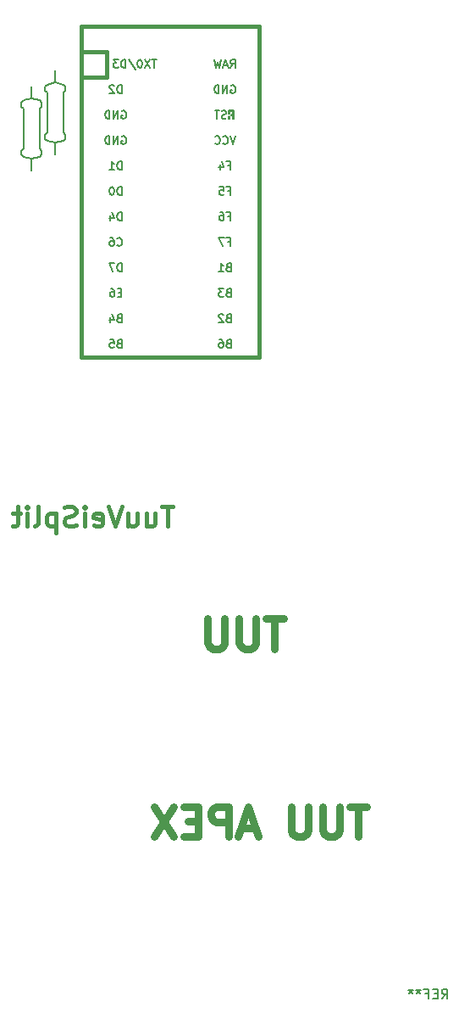
<source format=gbr>
%TF.GenerationSoftware,KiCad,Pcbnew,(5.1.9)-1*%
%TF.CreationDate,2021-04-06T00:29:57+03:00*%
%TF.ProjectId,SplitHside2,53706c69-7448-4736-9964-65322e6b6963,rev?*%
%TF.SameCoordinates,Original*%
%TF.FileFunction,Legend,Bot*%
%TF.FilePolarity,Positive*%
%FSLAX46Y46*%
G04 Gerber Fmt 4.6, Leading zero omitted, Abs format (unit mm)*
G04 Created by KiCad (PCBNEW (5.1.9)-1) date 2021-04-06 00:29:57*
%MOMM*%
%LPD*%
G01*
G04 APERTURE LIST*
%ADD10C,0.400000*%
%ADD11C,0.750000*%
%ADD12C,0.150000*%
%ADD13C,0.381000*%
G04 APERTURE END LIST*
D10*
X30026100Y-105165811D02*
X28883242Y-105165811D01*
X29454671Y-107165811D02*
X29454671Y-105165811D01*
X27359433Y-105832478D02*
X27359433Y-107165811D01*
X28216576Y-105832478D02*
X28216576Y-106880097D01*
X28121338Y-107070573D01*
X27930861Y-107165811D01*
X27645147Y-107165811D01*
X27454671Y-107070573D01*
X27359433Y-106975335D01*
X25549909Y-105832478D02*
X25549909Y-107165811D01*
X26407052Y-105832478D02*
X26407052Y-106880097D01*
X26311814Y-107070573D01*
X26121338Y-107165811D01*
X25835623Y-107165811D01*
X25645147Y-107070573D01*
X25549909Y-106975335D01*
X24883242Y-105165811D02*
X24216576Y-107165811D01*
X23549909Y-105165811D01*
X22121338Y-107070573D02*
X22311814Y-107165811D01*
X22692766Y-107165811D01*
X22883242Y-107070573D01*
X22978480Y-106880097D01*
X22978480Y-106118192D01*
X22883242Y-105927716D01*
X22692766Y-105832478D01*
X22311814Y-105832478D01*
X22121338Y-105927716D01*
X22026100Y-106118192D01*
X22026100Y-106308669D01*
X22978480Y-106499145D01*
X21168957Y-107165811D02*
X21168957Y-105832478D01*
X21168957Y-105165811D02*
X21264195Y-105261050D01*
X21168957Y-105356288D01*
X21073719Y-105261050D01*
X21168957Y-105165811D01*
X21168957Y-105356288D01*
X20311814Y-107070573D02*
X20026100Y-107165811D01*
X19549909Y-107165811D01*
X19359433Y-107070573D01*
X19264195Y-106975335D01*
X19168957Y-106784859D01*
X19168957Y-106594383D01*
X19264195Y-106403907D01*
X19359433Y-106308669D01*
X19549909Y-106213430D01*
X19930861Y-106118192D01*
X20121338Y-106022954D01*
X20216576Y-105927716D01*
X20311814Y-105737240D01*
X20311814Y-105546764D01*
X20216576Y-105356288D01*
X20121338Y-105261050D01*
X19930861Y-105165811D01*
X19454671Y-105165811D01*
X19168957Y-105261050D01*
X18311814Y-105832478D02*
X18311814Y-107832478D01*
X18311814Y-105927716D02*
X18121338Y-105832478D01*
X17740385Y-105832478D01*
X17549909Y-105927716D01*
X17454671Y-106022954D01*
X17359433Y-106213430D01*
X17359433Y-106784859D01*
X17454671Y-106975335D01*
X17549909Y-107070573D01*
X17740385Y-107165811D01*
X18121338Y-107165811D01*
X18311814Y-107070573D01*
X16216576Y-107165811D02*
X16407052Y-107070573D01*
X16502290Y-106880097D01*
X16502290Y-105165811D01*
X15454671Y-107165811D02*
X15454671Y-105832478D01*
X15454671Y-105165811D02*
X15549909Y-105261050D01*
X15454671Y-105356288D01*
X15359433Y-105261050D01*
X15454671Y-105165811D01*
X15454671Y-105356288D01*
X14788004Y-105832478D02*
X14026099Y-105832478D01*
X14502290Y-105165811D02*
X14502290Y-106880097D01*
X14407052Y-107070573D01*
X14216576Y-107165811D01*
X14026099Y-107165811D01*
D11*
X49408785Y-135127317D02*
X47694500Y-135127317D01*
X48551642Y-138127317D02*
X48551642Y-135127317D01*
X46694500Y-135127317D02*
X46694500Y-137555889D01*
X46551642Y-137841603D01*
X46408785Y-137984460D01*
X46123071Y-138127317D01*
X45551642Y-138127317D01*
X45265928Y-137984460D01*
X45123071Y-137841603D01*
X44980214Y-137555889D01*
X44980214Y-135127317D01*
X43551642Y-135127317D02*
X43551642Y-137555889D01*
X43408785Y-137841603D01*
X43265928Y-137984460D01*
X42980214Y-138127317D01*
X42408785Y-138127317D01*
X42123071Y-137984460D01*
X41980214Y-137841603D01*
X41837357Y-137555889D01*
X41837357Y-135127317D01*
X38265928Y-137270175D02*
X36837357Y-137270175D01*
X38551642Y-138127317D02*
X37551642Y-135127317D01*
X36551642Y-138127317D01*
X35551642Y-138127317D02*
X35551642Y-135127317D01*
X34408785Y-135127317D01*
X34123071Y-135270175D01*
X33980214Y-135413032D01*
X33837357Y-135698746D01*
X33837357Y-136127317D01*
X33980214Y-136413032D01*
X34123071Y-136555889D01*
X34408785Y-136698746D01*
X35551642Y-136698746D01*
X32551642Y-136555889D02*
X31551642Y-136555889D01*
X31123071Y-138127317D02*
X32551642Y-138127317D01*
X32551642Y-135127317D01*
X31123071Y-135127317D01*
X30123071Y-135127317D02*
X28123071Y-138127317D01*
X28123071Y-135127317D02*
X30123071Y-138127317D01*
X41057425Y-116375367D02*
X39343139Y-116375367D01*
X40200282Y-119375367D02*
X40200282Y-116375367D01*
X38343139Y-116375367D02*
X38343139Y-118803939D01*
X38200282Y-119089653D01*
X38057425Y-119232510D01*
X37771710Y-119375367D01*
X37200282Y-119375367D01*
X36914567Y-119232510D01*
X36771710Y-119089653D01*
X36628853Y-118803939D01*
X36628853Y-116375367D01*
X35200282Y-116375367D02*
X35200282Y-118803939D01*
X35057425Y-119089653D01*
X34914567Y-119232510D01*
X34628853Y-119375367D01*
X34057425Y-119375367D01*
X33771710Y-119232510D01*
X33628853Y-119089653D01*
X33485996Y-118803939D01*
X33485996Y-116375367D01*
D12*
%TO.C,R2*%
X18256250Y-61681250D02*
X18256250Y-62881250D01*
X18256250Y-62881250D02*
X19056250Y-63081250D01*
X19056250Y-63081250D02*
X19256250Y-63281250D01*
X19256250Y-63281250D02*
X19256250Y-63681250D01*
X19256250Y-63681250D02*
X19056250Y-63881250D01*
X19056250Y-63881250D02*
X19056250Y-67881250D01*
X19056250Y-67881250D02*
X19256250Y-68081250D01*
X19256250Y-68081250D02*
X19256250Y-68481250D01*
X19256250Y-68481250D02*
X19056250Y-68681250D01*
X19056250Y-68681250D02*
X18256250Y-68881250D01*
X18256250Y-68881250D02*
X17456250Y-68681250D01*
X17456250Y-68681250D02*
X17256250Y-68481250D01*
X17256250Y-68481250D02*
X17256250Y-68081250D01*
X17256250Y-68081250D02*
X17456250Y-67881250D01*
X17456250Y-67881250D02*
X17456250Y-63881250D01*
X17456250Y-63881250D02*
X17256250Y-63681250D01*
X17256250Y-63681250D02*
X17256250Y-63281250D01*
X17256250Y-63281250D02*
X17456250Y-63081250D01*
X17456250Y-63081250D02*
X18256250Y-62881250D01*
X18256250Y-68881250D02*
X18256250Y-70081250D01*
%TO.C,R1*%
X15875000Y-63268750D02*
X15875000Y-64468750D01*
X15875000Y-64468750D02*
X16675000Y-64668750D01*
X16675000Y-64668750D02*
X16875000Y-64868750D01*
X16875000Y-64868750D02*
X16875000Y-65268750D01*
X16875000Y-65268750D02*
X16675000Y-65468750D01*
X16675000Y-65468750D02*
X16675000Y-69468750D01*
X16675000Y-69468750D02*
X16875000Y-69668750D01*
X16875000Y-69668750D02*
X16875000Y-70068750D01*
X16875000Y-70068750D02*
X16675000Y-70268750D01*
X16675000Y-70268750D02*
X15875000Y-70468750D01*
X15875000Y-70468750D02*
X15075000Y-70268750D01*
X15075000Y-70268750D02*
X14875000Y-70068750D01*
X14875000Y-70068750D02*
X14875000Y-69668750D01*
X14875000Y-69668750D02*
X15075000Y-69468750D01*
X15075000Y-69468750D02*
X15075000Y-65468750D01*
X15075000Y-65468750D02*
X14875000Y-65268750D01*
X14875000Y-65268750D02*
X14875000Y-64868750D01*
X14875000Y-64868750D02*
X15075000Y-64668750D01*
X15075000Y-64668750D02*
X15875000Y-64468750D01*
X15875000Y-70468750D02*
X15875000Y-71668750D01*
D13*
%TO.C,J1*%
X23415750Y-62309690D02*
X20875750Y-62309690D01*
X23415750Y-59769690D02*
X23415750Y-62309690D01*
D12*
G36*
X35810385Y-66058720D02*
G01*
X35810385Y-66158720D01*
X35910385Y-66158720D01*
X35910385Y-66058720D01*
X35810385Y-66058720D01*
G37*
X35810385Y-66058720D02*
X35810385Y-66158720D01*
X35910385Y-66158720D01*
X35910385Y-66058720D01*
X35810385Y-66058720D01*
G36*
X36010385Y-65658720D02*
G01*
X36010385Y-66458720D01*
X36110385Y-66458720D01*
X36110385Y-65658720D01*
X36010385Y-65658720D01*
G37*
X36010385Y-65658720D02*
X36010385Y-66458720D01*
X36110385Y-66458720D01*
X36110385Y-65658720D01*
X36010385Y-65658720D01*
G36*
X35610385Y-66258720D02*
G01*
X35610385Y-66458720D01*
X35710385Y-66458720D01*
X35710385Y-66258720D01*
X35610385Y-66258720D01*
G37*
X35610385Y-66258720D02*
X35610385Y-66458720D01*
X35710385Y-66458720D01*
X35710385Y-66258720D01*
X35610385Y-66258720D01*
G36*
X35610385Y-65658720D02*
G01*
X35610385Y-65958720D01*
X35710385Y-65958720D01*
X35710385Y-65658720D01*
X35610385Y-65658720D01*
G37*
X35610385Y-65658720D02*
X35610385Y-65958720D01*
X35710385Y-65958720D01*
X35710385Y-65658720D01*
X35610385Y-65658720D01*
G36*
X35610385Y-65658720D02*
G01*
X35610385Y-65758720D01*
X36110385Y-65758720D01*
X36110385Y-65658720D01*
X35610385Y-65658720D01*
G37*
X35610385Y-65658720D02*
X35610385Y-65758720D01*
X36110385Y-65758720D01*
X36110385Y-65658720D01*
X35610385Y-65658720D01*
D13*
X38655750Y-90249690D02*
X38655750Y-57229690D01*
X20875750Y-90249690D02*
X38655750Y-90249690D01*
X20875750Y-57229690D02*
X20875750Y-90249690D01*
X38655750Y-57229690D02*
X20875750Y-57229690D01*
X23415750Y-59769690D02*
X20875750Y-59769690D01*
%TO.C,REF\u002A\u002A*%
D12*
X56895833Y-154321130D02*
X57229166Y-153844940D01*
X57467261Y-154321130D02*
X57467261Y-153321130D01*
X57086309Y-153321130D01*
X56991071Y-153368750D01*
X56943452Y-153416369D01*
X56895833Y-153511607D01*
X56895833Y-153654464D01*
X56943452Y-153749702D01*
X56991071Y-153797321D01*
X57086309Y-153844940D01*
X57467261Y-153844940D01*
X56467261Y-153797321D02*
X56133928Y-153797321D01*
X55991071Y-154321130D02*
X56467261Y-154321130D01*
X56467261Y-153321130D01*
X55991071Y-153321130D01*
X55229166Y-153797321D02*
X55562500Y-153797321D01*
X55562500Y-154321130D02*
X55562500Y-153321130D01*
X55086309Y-153321130D01*
X54562500Y-153321130D02*
X54562500Y-153559226D01*
X54800595Y-153463988D02*
X54562500Y-153559226D01*
X54324404Y-153463988D01*
X54705357Y-153749702D02*
X54562500Y-153559226D01*
X54419642Y-153749702D01*
X53800595Y-153321130D02*
X53800595Y-153559226D01*
X54038690Y-153463988D02*
X53800595Y-153559226D01*
X53562500Y-153463988D01*
X53943452Y-153749702D02*
X53800595Y-153559226D01*
X53657738Y-153749702D01*
%TO.C,J1*%
X35339083Y-66423499D02*
X35224797Y-66461594D01*
X35034321Y-66461594D01*
X34958130Y-66423499D01*
X34920035Y-66385404D01*
X34881940Y-66309213D01*
X34881940Y-66233023D01*
X34920035Y-66156832D01*
X34958130Y-66118737D01*
X35034321Y-66080642D01*
X35186702Y-66042547D01*
X35262892Y-66004451D01*
X35300988Y-65966356D01*
X35339083Y-65890166D01*
X35339083Y-65813975D01*
X35300988Y-65737785D01*
X35262892Y-65699690D01*
X35186702Y-65661594D01*
X34996226Y-65661594D01*
X34881940Y-65699690D01*
X34653369Y-65661594D02*
X34196226Y-65661594D01*
X34424797Y-66461594D02*
X34424797Y-65661594D01*
X28384354Y-60601594D02*
X27927211Y-60601594D01*
X28155782Y-61401594D02*
X28155782Y-60601594D01*
X27736735Y-60601594D02*
X27203401Y-61401594D01*
X27203401Y-60601594D02*
X27736735Y-61401594D01*
X26746258Y-60601594D02*
X26670068Y-60601594D01*
X26593878Y-60639690D01*
X26555782Y-60677785D01*
X26517687Y-60753975D01*
X26479592Y-60906356D01*
X26479592Y-61096832D01*
X26517687Y-61249213D01*
X26555782Y-61325404D01*
X26593878Y-61363499D01*
X26670068Y-61401594D01*
X26746258Y-61401594D01*
X26822449Y-61363499D01*
X26860544Y-61325404D01*
X26898639Y-61249213D01*
X26936735Y-61096832D01*
X26936735Y-60906356D01*
X26898639Y-60753975D01*
X26860544Y-60677785D01*
X26822449Y-60639690D01*
X26746258Y-60601594D01*
X25565306Y-60563499D02*
X26251020Y-61592070D01*
X25298639Y-61401594D02*
X25298639Y-60601594D01*
X25108163Y-60601594D01*
X24993878Y-60639690D01*
X24917687Y-60715880D01*
X24879592Y-60792070D01*
X24841497Y-60944451D01*
X24841497Y-61058737D01*
X24879592Y-61211118D01*
X24917687Y-61287309D01*
X24993878Y-61363499D01*
X25108163Y-61401594D01*
X25298639Y-61401594D01*
X24574830Y-60601594D02*
X24079592Y-60601594D01*
X24346258Y-60906356D01*
X24231973Y-60906356D01*
X24155782Y-60944451D01*
X24117687Y-60982547D01*
X24079592Y-61058737D01*
X24079592Y-61249213D01*
X24117687Y-61325404D01*
X24155782Y-61363499D01*
X24231973Y-61401594D01*
X24460544Y-61401594D01*
X24536735Y-61363499D01*
X24574830Y-61325404D01*
X35550559Y-86382547D02*
X35436273Y-86420642D01*
X35398178Y-86458737D01*
X35360083Y-86534928D01*
X35360083Y-86649213D01*
X35398178Y-86725404D01*
X35436273Y-86763499D01*
X35512464Y-86801594D01*
X35817226Y-86801594D01*
X35817226Y-86001594D01*
X35550559Y-86001594D01*
X35474369Y-86039690D01*
X35436273Y-86077785D01*
X35398178Y-86153975D01*
X35398178Y-86230166D01*
X35436273Y-86306356D01*
X35474369Y-86344451D01*
X35550559Y-86382547D01*
X35817226Y-86382547D01*
X35055321Y-86077785D02*
X35017226Y-86039690D01*
X34941035Y-86001594D01*
X34750559Y-86001594D01*
X34674369Y-86039690D01*
X34636273Y-86077785D01*
X34598178Y-86153975D01*
X34598178Y-86230166D01*
X34636273Y-86344451D01*
X35093416Y-86801594D01*
X34598178Y-86801594D01*
X35493416Y-78762547D02*
X35760083Y-78762547D01*
X35760083Y-79181594D02*
X35760083Y-78381594D01*
X35379130Y-78381594D01*
X35150559Y-78381594D02*
X34617226Y-78381594D01*
X34960083Y-79181594D01*
X35493416Y-76222547D02*
X35760083Y-76222547D01*
X35760083Y-76641594D02*
X35760083Y-75841594D01*
X35379130Y-75841594D01*
X34731511Y-75841594D02*
X34883892Y-75841594D01*
X34960083Y-75879690D01*
X34998178Y-75917785D01*
X35074369Y-76032070D01*
X35112464Y-76184451D01*
X35112464Y-76489213D01*
X35074369Y-76565404D01*
X35036273Y-76603499D01*
X34960083Y-76641594D01*
X34807702Y-76641594D01*
X34731511Y-76603499D01*
X34693416Y-76565404D01*
X34655321Y-76489213D01*
X34655321Y-76298737D01*
X34693416Y-76222547D01*
X34731511Y-76184451D01*
X34807702Y-76146356D01*
X34960083Y-76146356D01*
X35036273Y-76184451D01*
X35074369Y-76222547D01*
X35112464Y-76298737D01*
X35493416Y-73682547D02*
X35760083Y-73682547D01*
X35760083Y-74101594D02*
X35760083Y-73301594D01*
X35379130Y-73301594D01*
X34693416Y-73301594D02*
X35074369Y-73301594D01*
X35112464Y-73682547D01*
X35074369Y-73644451D01*
X34998178Y-73606356D01*
X34807702Y-73606356D01*
X34731511Y-73644451D01*
X34693416Y-73682547D01*
X34655321Y-73758737D01*
X34655321Y-73949213D01*
X34693416Y-74025404D01*
X34731511Y-74063499D01*
X34807702Y-74101594D01*
X34998178Y-74101594D01*
X35074369Y-74063499D01*
X35112464Y-74025404D01*
X35779130Y-61401594D02*
X36045797Y-61020642D01*
X36236273Y-61401594D02*
X36236273Y-60601594D01*
X35931511Y-60601594D01*
X35855321Y-60639690D01*
X35817226Y-60677785D01*
X35779130Y-60753975D01*
X35779130Y-60868261D01*
X35817226Y-60944451D01*
X35855321Y-60982547D01*
X35931511Y-61020642D01*
X36236273Y-61020642D01*
X35474369Y-61173023D02*
X35093416Y-61173023D01*
X35550559Y-61401594D02*
X35283892Y-60601594D01*
X35017226Y-61401594D01*
X34826750Y-60601594D02*
X34636273Y-61401594D01*
X34483892Y-60830166D01*
X34331511Y-61401594D01*
X34141035Y-60601594D01*
X35836273Y-63179690D02*
X35912464Y-63141594D01*
X36026750Y-63141594D01*
X36141035Y-63179690D01*
X36217226Y-63255880D01*
X36255321Y-63332070D01*
X36293416Y-63484451D01*
X36293416Y-63598737D01*
X36255321Y-63751118D01*
X36217226Y-63827309D01*
X36141035Y-63903499D01*
X36026750Y-63941594D01*
X35950559Y-63941594D01*
X35836273Y-63903499D01*
X35798178Y-63865404D01*
X35798178Y-63598737D01*
X35950559Y-63598737D01*
X35455321Y-63941594D02*
X35455321Y-63141594D01*
X34998178Y-63941594D01*
X34998178Y-63141594D01*
X34617226Y-63941594D02*
X34617226Y-63141594D01*
X34426750Y-63141594D01*
X34312464Y-63179690D01*
X34236273Y-63255880D01*
X34198178Y-63332070D01*
X34160083Y-63484451D01*
X34160083Y-63598737D01*
X34198178Y-63751118D01*
X34236273Y-63827309D01*
X34312464Y-63903499D01*
X34426750Y-63941594D01*
X34617226Y-63941594D01*
X36293416Y-68221594D02*
X36026750Y-69021594D01*
X35760083Y-68221594D01*
X35036273Y-68945404D02*
X35074369Y-68983499D01*
X35188654Y-69021594D01*
X35264845Y-69021594D01*
X35379130Y-68983499D01*
X35455321Y-68907309D01*
X35493416Y-68831118D01*
X35531511Y-68678737D01*
X35531511Y-68564451D01*
X35493416Y-68412070D01*
X35455321Y-68335880D01*
X35379130Y-68259690D01*
X35264845Y-68221594D01*
X35188654Y-68221594D01*
X35074369Y-68259690D01*
X35036273Y-68297785D01*
X34236273Y-68945404D02*
X34274369Y-68983499D01*
X34388654Y-69021594D01*
X34464845Y-69021594D01*
X34579130Y-68983499D01*
X34655321Y-68907309D01*
X34693416Y-68831118D01*
X34731511Y-68678737D01*
X34731511Y-68564451D01*
X34693416Y-68412070D01*
X34655321Y-68335880D01*
X34579130Y-68259690D01*
X34464845Y-68221594D01*
X34388654Y-68221594D01*
X34274369Y-68259690D01*
X34236273Y-68297785D01*
X35493416Y-71142547D02*
X35760083Y-71142547D01*
X35760083Y-71561594D02*
X35760083Y-70761594D01*
X35379130Y-70761594D01*
X34731511Y-71028261D02*
X34731511Y-71561594D01*
X34921988Y-70723499D02*
X35112464Y-71294928D01*
X34617226Y-71294928D01*
X35550559Y-81302547D02*
X35436273Y-81340642D01*
X35398178Y-81378737D01*
X35360083Y-81454928D01*
X35360083Y-81569213D01*
X35398178Y-81645404D01*
X35436273Y-81683499D01*
X35512464Y-81721594D01*
X35817226Y-81721594D01*
X35817226Y-80921594D01*
X35550559Y-80921594D01*
X35474369Y-80959690D01*
X35436273Y-80997785D01*
X35398178Y-81073975D01*
X35398178Y-81150166D01*
X35436273Y-81226356D01*
X35474369Y-81264451D01*
X35550559Y-81302547D01*
X35817226Y-81302547D01*
X34598178Y-81721594D02*
X35055321Y-81721594D01*
X34826750Y-81721594D02*
X34826750Y-80921594D01*
X34902940Y-81035880D01*
X34979130Y-81112070D01*
X35055321Y-81150166D01*
X35550559Y-83842547D02*
X35436273Y-83880642D01*
X35398178Y-83918737D01*
X35360083Y-83994928D01*
X35360083Y-84109213D01*
X35398178Y-84185404D01*
X35436273Y-84223499D01*
X35512464Y-84261594D01*
X35817226Y-84261594D01*
X35817226Y-83461594D01*
X35550559Y-83461594D01*
X35474369Y-83499690D01*
X35436273Y-83537785D01*
X35398178Y-83613975D01*
X35398178Y-83690166D01*
X35436273Y-83766356D01*
X35474369Y-83804451D01*
X35550559Y-83842547D01*
X35817226Y-83842547D01*
X35093416Y-83461594D02*
X34598178Y-83461594D01*
X34864845Y-83766356D01*
X34750559Y-83766356D01*
X34674369Y-83804451D01*
X34636273Y-83842547D01*
X34598178Y-83918737D01*
X34598178Y-84109213D01*
X34636273Y-84185404D01*
X34674369Y-84223499D01*
X34750559Y-84261594D01*
X34979130Y-84261594D01*
X35055321Y-84223499D01*
X35093416Y-84185404D01*
X35550559Y-88922547D02*
X35436273Y-88960642D01*
X35398178Y-88998737D01*
X35360083Y-89074928D01*
X35360083Y-89189213D01*
X35398178Y-89265404D01*
X35436273Y-89303499D01*
X35512464Y-89341594D01*
X35817226Y-89341594D01*
X35817226Y-88541594D01*
X35550559Y-88541594D01*
X35474369Y-88579690D01*
X35436273Y-88617785D01*
X35398178Y-88693975D01*
X35398178Y-88770166D01*
X35436273Y-88846356D01*
X35474369Y-88884451D01*
X35550559Y-88922547D01*
X35817226Y-88922547D01*
X34674369Y-88541594D02*
X34826750Y-88541594D01*
X34902940Y-88579690D01*
X34941035Y-88617785D01*
X35017226Y-88732070D01*
X35055321Y-88884451D01*
X35055321Y-89189213D01*
X35017226Y-89265404D01*
X34979130Y-89303499D01*
X34902940Y-89341594D01*
X34750559Y-89341594D01*
X34674369Y-89303499D01*
X34636273Y-89265404D01*
X34598178Y-89189213D01*
X34598178Y-88998737D01*
X34636273Y-88922547D01*
X34674369Y-88884451D01*
X34750559Y-88846356D01*
X34902940Y-88846356D01*
X34979130Y-88884451D01*
X35017226Y-88922547D01*
X35055321Y-88998737D01*
X24628559Y-88922547D02*
X24514273Y-88960642D01*
X24476178Y-88998737D01*
X24438083Y-89074928D01*
X24438083Y-89189213D01*
X24476178Y-89265404D01*
X24514273Y-89303499D01*
X24590464Y-89341594D01*
X24895226Y-89341594D01*
X24895226Y-88541594D01*
X24628559Y-88541594D01*
X24552369Y-88579690D01*
X24514273Y-88617785D01*
X24476178Y-88693975D01*
X24476178Y-88770166D01*
X24514273Y-88846356D01*
X24552369Y-88884451D01*
X24628559Y-88922547D01*
X24895226Y-88922547D01*
X23714273Y-88541594D02*
X24095226Y-88541594D01*
X24133321Y-88922547D01*
X24095226Y-88884451D01*
X24019035Y-88846356D01*
X23828559Y-88846356D01*
X23752369Y-88884451D01*
X23714273Y-88922547D01*
X23676178Y-88998737D01*
X23676178Y-89189213D01*
X23714273Y-89265404D01*
X23752369Y-89303499D01*
X23828559Y-89341594D01*
X24019035Y-89341594D01*
X24095226Y-89303499D01*
X24133321Y-89265404D01*
X24628559Y-86382547D02*
X24514273Y-86420642D01*
X24476178Y-86458737D01*
X24438083Y-86534928D01*
X24438083Y-86649213D01*
X24476178Y-86725404D01*
X24514273Y-86763499D01*
X24590464Y-86801594D01*
X24895226Y-86801594D01*
X24895226Y-86001594D01*
X24628559Y-86001594D01*
X24552369Y-86039690D01*
X24514273Y-86077785D01*
X24476178Y-86153975D01*
X24476178Y-86230166D01*
X24514273Y-86306356D01*
X24552369Y-86344451D01*
X24628559Y-86382547D01*
X24895226Y-86382547D01*
X23752369Y-86268261D02*
X23752369Y-86801594D01*
X23942845Y-85963499D02*
X24133321Y-86534928D01*
X23638083Y-86534928D01*
X24857130Y-83842547D02*
X24590464Y-83842547D01*
X24476178Y-84261594D02*
X24857130Y-84261594D01*
X24857130Y-83461594D01*
X24476178Y-83461594D01*
X23790464Y-83461594D02*
X23942845Y-83461594D01*
X24019035Y-83499690D01*
X24057130Y-83537785D01*
X24133321Y-83652070D01*
X24171416Y-83804451D01*
X24171416Y-84109213D01*
X24133321Y-84185404D01*
X24095226Y-84223499D01*
X24019035Y-84261594D01*
X23866654Y-84261594D01*
X23790464Y-84223499D01*
X23752369Y-84185404D01*
X23714273Y-84109213D01*
X23714273Y-83918737D01*
X23752369Y-83842547D01*
X23790464Y-83804451D01*
X23866654Y-83766356D01*
X24019035Y-83766356D01*
X24095226Y-83804451D01*
X24133321Y-83842547D01*
X24171416Y-83918737D01*
X24895226Y-81721594D02*
X24895226Y-80921594D01*
X24704750Y-80921594D01*
X24590464Y-80959690D01*
X24514273Y-81035880D01*
X24476178Y-81112070D01*
X24438083Y-81264451D01*
X24438083Y-81378737D01*
X24476178Y-81531118D01*
X24514273Y-81607309D01*
X24590464Y-81683499D01*
X24704750Y-81721594D01*
X24895226Y-81721594D01*
X24171416Y-80921594D02*
X23638083Y-80921594D01*
X23980940Y-81721594D01*
X24438083Y-79105404D02*
X24476178Y-79143499D01*
X24590464Y-79181594D01*
X24666654Y-79181594D01*
X24780940Y-79143499D01*
X24857130Y-79067309D01*
X24895226Y-78991118D01*
X24933321Y-78838737D01*
X24933321Y-78724451D01*
X24895226Y-78572070D01*
X24857130Y-78495880D01*
X24780940Y-78419690D01*
X24666654Y-78381594D01*
X24590464Y-78381594D01*
X24476178Y-78419690D01*
X24438083Y-78457785D01*
X23752369Y-78381594D02*
X23904750Y-78381594D01*
X23980940Y-78419690D01*
X24019035Y-78457785D01*
X24095226Y-78572070D01*
X24133321Y-78724451D01*
X24133321Y-79029213D01*
X24095226Y-79105404D01*
X24057130Y-79143499D01*
X23980940Y-79181594D01*
X23828559Y-79181594D01*
X23752369Y-79143499D01*
X23714273Y-79105404D01*
X23676178Y-79029213D01*
X23676178Y-78838737D01*
X23714273Y-78762547D01*
X23752369Y-78724451D01*
X23828559Y-78686356D01*
X23980940Y-78686356D01*
X24057130Y-78724451D01*
X24095226Y-78762547D01*
X24133321Y-78838737D01*
X24895226Y-76641594D02*
X24895226Y-75841594D01*
X24704750Y-75841594D01*
X24590464Y-75879690D01*
X24514273Y-75955880D01*
X24476178Y-76032070D01*
X24438083Y-76184451D01*
X24438083Y-76298737D01*
X24476178Y-76451118D01*
X24514273Y-76527309D01*
X24590464Y-76603499D01*
X24704750Y-76641594D01*
X24895226Y-76641594D01*
X23752369Y-76108261D02*
X23752369Y-76641594D01*
X23942845Y-75803499D02*
X24133321Y-76374928D01*
X23638083Y-76374928D01*
X24914273Y-65719690D02*
X24990464Y-65681594D01*
X25104750Y-65681594D01*
X25219035Y-65719690D01*
X25295226Y-65795880D01*
X25333321Y-65872070D01*
X25371416Y-66024451D01*
X25371416Y-66138737D01*
X25333321Y-66291118D01*
X25295226Y-66367309D01*
X25219035Y-66443499D01*
X25104750Y-66481594D01*
X25028559Y-66481594D01*
X24914273Y-66443499D01*
X24876178Y-66405404D01*
X24876178Y-66138737D01*
X25028559Y-66138737D01*
X24533321Y-66481594D02*
X24533321Y-65681594D01*
X24076178Y-66481594D01*
X24076178Y-65681594D01*
X23695226Y-66481594D02*
X23695226Y-65681594D01*
X23504750Y-65681594D01*
X23390464Y-65719690D01*
X23314273Y-65795880D01*
X23276178Y-65872070D01*
X23238083Y-66024451D01*
X23238083Y-66138737D01*
X23276178Y-66291118D01*
X23314273Y-66367309D01*
X23390464Y-66443499D01*
X23504750Y-66481594D01*
X23695226Y-66481594D01*
X24914273Y-68259690D02*
X24990464Y-68221594D01*
X25104750Y-68221594D01*
X25219035Y-68259690D01*
X25295226Y-68335880D01*
X25333321Y-68412070D01*
X25371416Y-68564451D01*
X25371416Y-68678737D01*
X25333321Y-68831118D01*
X25295226Y-68907309D01*
X25219035Y-68983499D01*
X25104750Y-69021594D01*
X25028559Y-69021594D01*
X24914273Y-68983499D01*
X24876178Y-68945404D01*
X24876178Y-68678737D01*
X25028559Y-68678737D01*
X24533321Y-69021594D02*
X24533321Y-68221594D01*
X24076178Y-69021594D01*
X24076178Y-68221594D01*
X23695226Y-69021594D02*
X23695226Y-68221594D01*
X23504750Y-68221594D01*
X23390464Y-68259690D01*
X23314273Y-68335880D01*
X23276178Y-68412070D01*
X23238083Y-68564451D01*
X23238083Y-68678737D01*
X23276178Y-68831118D01*
X23314273Y-68907309D01*
X23390464Y-68983499D01*
X23504750Y-69021594D01*
X23695226Y-69021594D01*
X24895226Y-71561594D02*
X24895226Y-70761594D01*
X24704750Y-70761594D01*
X24590464Y-70799690D01*
X24514273Y-70875880D01*
X24476178Y-70952070D01*
X24438083Y-71104451D01*
X24438083Y-71218737D01*
X24476178Y-71371118D01*
X24514273Y-71447309D01*
X24590464Y-71523499D01*
X24704750Y-71561594D01*
X24895226Y-71561594D01*
X23676178Y-71561594D02*
X24133321Y-71561594D01*
X23904750Y-71561594D02*
X23904750Y-70761594D01*
X23980940Y-70875880D01*
X24057130Y-70952070D01*
X24133321Y-70990166D01*
X24895226Y-74101594D02*
X24895226Y-73301594D01*
X24704750Y-73301594D01*
X24590464Y-73339690D01*
X24514273Y-73415880D01*
X24476178Y-73492070D01*
X24438083Y-73644451D01*
X24438083Y-73758737D01*
X24476178Y-73911118D01*
X24514273Y-73987309D01*
X24590464Y-74063499D01*
X24704750Y-74101594D01*
X24895226Y-74101594D01*
X23942845Y-73301594D02*
X23866654Y-73301594D01*
X23790464Y-73339690D01*
X23752369Y-73377785D01*
X23714273Y-73453975D01*
X23676178Y-73606356D01*
X23676178Y-73796832D01*
X23714273Y-73949213D01*
X23752369Y-74025404D01*
X23790464Y-74063499D01*
X23866654Y-74101594D01*
X23942845Y-74101594D01*
X24019035Y-74063499D01*
X24057130Y-74025404D01*
X24095226Y-73949213D01*
X24133321Y-73796832D01*
X24133321Y-73606356D01*
X24095226Y-73453975D01*
X24057130Y-73377785D01*
X24019035Y-73339690D01*
X23942845Y-73301594D01*
X24895226Y-63941594D02*
X24895226Y-63141594D01*
X24704750Y-63141594D01*
X24590464Y-63179690D01*
X24514273Y-63255880D01*
X24476178Y-63332070D01*
X24438083Y-63484451D01*
X24438083Y-63598737D01*
X24476178Y-63751118D01*
X24514273Y-63827309D01*
X24590464Y-63903499D01*
X24704750Y-63941594D01*
X24895226Y-63941594D01*
X24133321Y-63217785D02*
X24095226Y-63179690D01*
X24019035Y-63141594D01*
X23828559Y-63141594D01*
X23752369Y-63179690D01*
X23714273Y-63217785D01*
X23676178Y-63293975D01*
X23676178Y-63370166D01*
X23714273Y-63484451D01*
X24171416Y-63941594D01*
X23676178Y-63941594D01*
%TD*%
M02*

</source>
